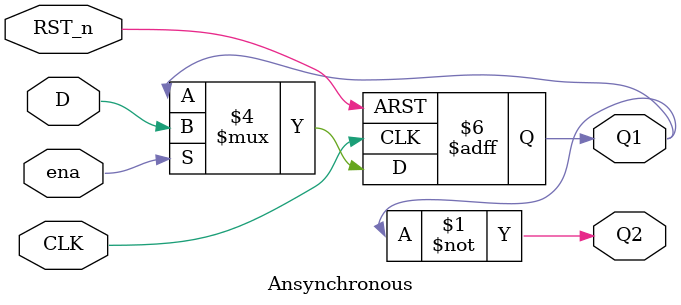
<source format=v>
`timescale 1ns / 1ps
module Ansynchronous#(parameter initvalue=1'b0)(
    input CLK,
    input D,
    input ena,
    input RST_n,
    output reg Q1,
    output Q2
);
    assign Q2=~Q1;
    always@(negedge CLK or negedge RST_n)
    begin
    if(!RST_n)
    begin
        Q1<=initvalue;
    end
    else if(ena)
    begin
        Q1<=D;
    end
    end
endmodule
</source>
